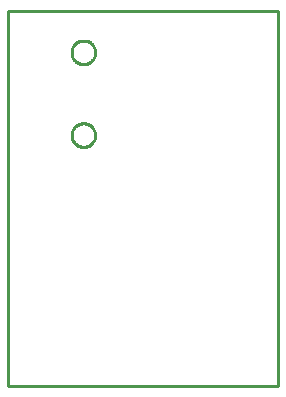
<source format=gbr>
G04 EAGLE Gerber RS-274X export*
G75*
%MOMM*%
%FSLAX34Y34*%
%LPD*%
%IN*%
%IPPOS*%
%AMOC8*
5,1,8,0,0,1.08239X$1,22.5*%
G01*
%ADD10C,0.254000*%


D10*
X0Y0D02*
X228600Y0D01*
X228600Y317500D01*
X0Y317500D01*
X0Y0D01*
X63063Y272500D02*
X62194Y272576D01*
X61334Y272728D01*
X60490Y272954D01*
X59670Y273252D01*
X58878Y273621D01*
X58122Y274058D01*
X57407Y274559D01*
X56738Y275120D01*
X56120Y275738D01*
X55559Y276407D01*
X55058Y277122D01*
X54621Y277878D01*
X54252Y278670D01*
X53954Y279490D01*
X53728Y280334D01*
X53576Y281194D01*
X53500Y282063D01*
X53500Y282937D01*
X53576Y283807D01*
X53728Y284666D01*
X53954Y285510D01*
X54252Y286330D01*
X54621Y287122D01*
X55058Y287878D01*
X55559Y288593D01*
X56120Y289262D01*
X56738Y289880D01*
X57407Y290441D01*
X58122Y290942D01*
X58878Y291379D01*
X59670Y291748D01*
X60490Y292046D01*
X61334Y292272D01*
X62194Y292424D01*
X63063Y292500D01*
X63937Y292500D01*
X64807Y292424D01*
X65666Y292272D01*
X66510Y292046D01*
X67330Y291748D01*
X68122Y291379D01*
X68878Y290942D01*
X69593Y290441D01*
X70262Y289880D01*
X70880Y289262D01*
X71441Y288593D01*
X71942Y287878D01*
X72379Y287122D01*
X72748Y286330D01*
X73046Y285510D01*
X73272Y284666D01*
X73424Y283807D01*
X73500Y282937D01*
X73500Y282063D01*
X73424Y281194D01*
X73272Y280334D01*
X73046Y279490D01*
X72748Y278670D01*
X72379Y277878D01*
X71942Y277122D01*
X71441Y276407D01*
X70880Y275738D01*
X70262Y275120D01*
X69593Y274559D01*
X68878Y274058D01*
X68122Y273621D01*
X67330Y273252D01*
X66510Y272954D01*
X65666Y272728D01*
X64807Y272576D01*
X63937Y272500D01*
X63063Y272500D01*
X63063Y202500D02*
X62194Y202576D01*
X61334Y202728D01*
X60490Y202954D01*
X59670Y203252D01*
X58878Y203621D01*
X58122Y204058D01*
X57407Y204559D01*
X56738Y205120D01*
X56120Y205738D01*
X55559Y206407D01*
X55058Y207122D01*
X54621Y207878D01*
X54252Y208670D01*
X53954Y209490D01*
X53728Y210334D01*
X53576Y211194D01*
X53500Y212063D01*
X53500Y212937D01*
X53576Y213807D01*
X53728Y214666D01*
X53954Y215510D01*
X54252Y216330D01*
X54621Y217122D01*
X55058Y217878D01*
X55559Y218593D01*
X56120Y219262D01*
X56738Y219880D01*
X57407Y220441D01*
X58122Y220942D01*
X58878Y221379D01*
X59670Y221748D01*
X60490Y222046D01*
X61334Y222272D01*
X62194Y222424D01*
X63063Y222500D01*
X63937Y222500D01*
X64807Y222424D01*
X65666Y222272D01*
X66510Y222046D01*
X67330Y221748D01*
X68122Y221379D01*
X68878Y220942D01*
X69593Y220441D01*
X70262Y219880D01*
X70880Y219262D01*
X71441Y218593D01*
X71942Y217878D01*
X72379Y217122D01*
X72748Y216330D01*
X73046Y215510D01*
X73272Y214666D01*
X73424Y213807D01*
X73500Y212937D01*
X73500Y212063D01*
X73424Y211194D01*
X73272Y210334D01*
X73046Y209490D01*
X72748Y208670D01*
X72379Y207878D01*
X71942Y207122D01*
X71441Y206407D01*
X70880Y205738D01*
X70262Y205120D01*
X69593Y204559D01*
X68878Y204058D01*
X68122Y203621D01*
X67330Y203252D01*
X66510Y202954D01*
X65666Y202728D01*
X64807Y202576D01*
X63937Y202500D01*
X63063Y202500D01*
M02*

</source>
